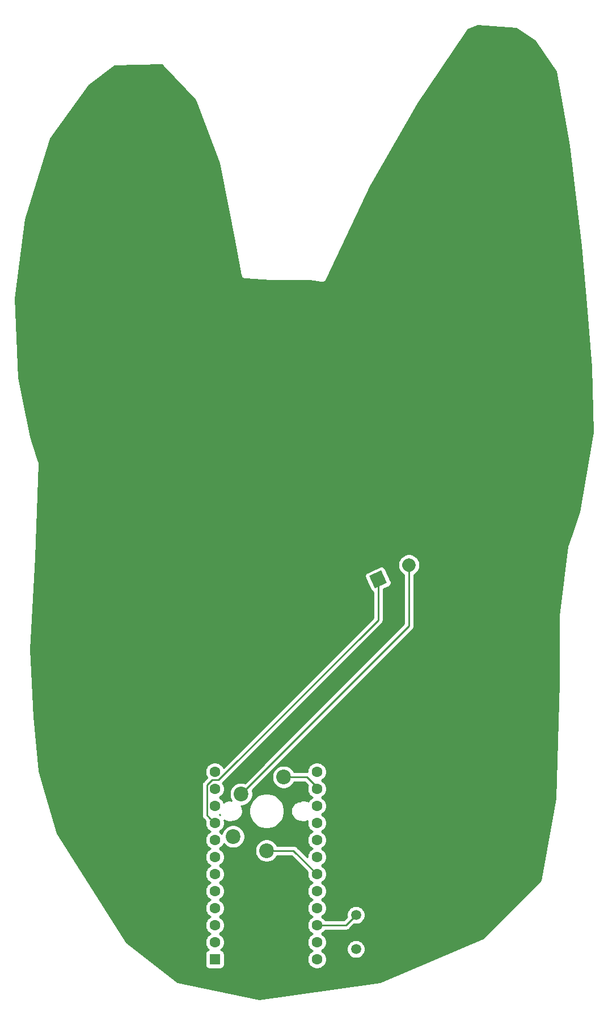
<source format=gtl>
G04 #@! TF.GenerationSoftware,KiCad,Pcbnew,(5.1.5)-1*
G04 #@! TF.CreationDate,2021-06-10T20:45:23-04:00*
G04 #@! TF.ProjectId,meishi2,6d656973-6869-4322-9e6b-696361645f70,rev?*
G04 #@! TF.SameCoordinates,Original*
G04 #@! TF.FileFunction,Copper,L1,Top*
G04 #@! TF.FilePolarity,Positive*
%FSLAX46Y46*%
G04 Gerber Fmt 4.6, Leading zero omitted, Abs format (unit mm)*
G04 Created by KiCad (PCBNEW (5.1.5)-1) date 2021-06-10 20:45:23*
%MOMM*%
%LPD*%
G04 APERTURE LIST*
%ADD10C,1.600000*%
%ADD11R,1.600000X1.600000*%
%ADD12C,0.100000*%
%ADD13C,2.000000*%
%ADD14C,2.200000*%
%ADD15C,1.500000*%
%ADD16C,0.254000*%
G04 APERTURE END LIST*
D10*
X135382000Y-158496000D03*
X135382000Y-155956000D03*
X135382000Y-153416000D03*
X135382000Y-150876000D03*
X135382000Y-148336000D03*
X135382000Y-145796000D03*
X135382000Y-143256000D03*
X135382000Y-140716000D03*
X135382000Y-138176000D03*
X135382000Y-135636000D03*
X135382000Y-133096000D03*
X135382000Y-130556000D03*
X120142000Y-130556000D03*
X120142000Y-133096000D03*
X120142000Y-135636000D03*
X120142000Y-138176000D03*
X120142000Y-140716000D03*
X120142000Y-143256000D03*
X120142000Y-145796000D03*
X120142000Y-148336000D03*
X120142000Y-150876000D03*
X120142000Y-153416000D03*
X120142000Y-155956000D03*
D11*
X120142000Y-158496000D03*
G04 #@! TA.AperFunction,ComponentPad*
D12*
G36*
X144042310Y-103182926D02*
G01*
X143197074Y-101370310D01*
X145009690Y-100525074D01*
X145854926Y-102337690D01*
X144042310Y-103182926D01*
G37*
G04 #@! TD.AperFunction*
D13*
X149130044Y-99707099D02*
X149130044Y-99707099D01*
D14*
X130429000Y-131318000D03*
X124079000Y-133858000D03*
X127889000Y-142298000D03*
X122889000Y-140198000D03*
D15*
X141224000Y-151892000D03*
X141224000Y-156972000D03*
D16*
X119342001Y-137376001D02*
X120142000Y-138176000D01*
X118960999Y-136994999D02*
X119342001Y-137376001D01*
X119753117Y-131737001D02*
X118960999Y-132529119D01*
X120708881Y-131737001D02*
X119753117Y-131737001D01*
X118960999Y-132529119D02*
X118960999Y-136994999D01*
X144526000Y-107919882D02*
X120708881Y-131737001D01*
X144526000Y-101854000D02*
X144526000Y-107919882D01*
X149130044Y-108806956D02*
X124079000Y-133858000D01*
X149130044Y-99707099D02*
X149130044Y-108806956D01*
X133858000Y-131318000D02*
X130429000Y-131318000D01*
X135636000Y-133096000D02*
X133858000Y-131318000D01*
X131884000Y-142298000D02*
X127889000Y-142298000D01*
X135382000Y-145796000D02*
X131884000Y-142298000D01*
X139700000Y-153416000D02*
X135382000Y-153416000D01*
X141224000Y-151892000D02*
X139700000Y-153416000D01*
X135890000Y-140716000D02*
X135636000Y-140716000D01*
G36*
X165112538Y-19742338D02*
G01*
X167893709Y-21596452D01*
X171032537Y-26183971D01*
X173033530Y-37189436D01*
X174807689Y-52143069D01*
X175568532Y-60765960D01*
X176328738Y-70141847D01*
X176580461Y-79959047D01*
X174570104Y-91769898D01*
X172821157Y-96766892D01*
X172804267Y-96805135D01*
X172790497Y-96866851D01*
X172775578Y-96928215D01*
X172773817Y-96969962D01*
X171514682Y-107294877D01*
X171512274Y-107302816D01*
X171506229Y-107364195D01*
X171503000Y-107390672D01*
X171502809Y-107398921D01*
X171502001Y-107407123D01*
X171502001Y-107433767D01*
X171500571Y-107495455D01*
X171502001Y-107503630D01*
X171502000Y-117337587D01*
X170995899Y-134544996D01*
X168759621Y-146720288D01*
X160123155Y-155356754D01*
X144842630Y-161869764D01*
X126768801Y-164380019D01*
X114603937Y-161897394D01*
X106959691Y-155979270D01*
X96664691Y-139657929D01*
X94545315Y-132529119D01*
X118195313Y-132529119D01*
X118198999Y-132566542D01*
X118199000Y-136957566D01*
X118195313Y-136994999D01*
X118210026Y-137144377D01*
X118253598Y-137288014D01*
X118324354Y-137420391D01*
X118395720Y-137507350D01*
X118419578Y-137536421D01*
X118448648Y-137560278D01*
X118742843Y-137854473D01*
X118707000Y-138034665D01*
X118707000Y-138317335D01*
X118762147Y-138594574D01*
X118870320Y-138855727D01*
X119027363Y-139090759D01*
X119227241Y-139290637D01*
X119459759Y-139446000D01*
X119227241Y-139601363D01*
X119027363Y-139801241D01*
X118870320Y-140036273D01*
X118762147Y-140297426D01*
X118707000Y-140574665D01*
X118707000Y-140857335D01*
X118762147Y-141134574D01*
X118870320Y-141395727D01*
X119027363Y-141630759D01*
X119227241Y-141830637D01*
X119459759Y-141986000D01*
X119227241Y-142141363D01*
X119027363Y-142341241D01*
X118870320Y-142576273D01*
X118762147Y-142837426D01*
X118707000Y-143114665D01*
X118707000Y-143397335D01*
X118762147Y-143674574D01*
X118870320Y-143935727D01*
X119027363Y-144170759D01*
X119227241Y-144370637D01*
X119459759Y-144526000D01*
X119227241Y-144681363D01*
X119027363Y-144881241D01*
X118870320Y-145116273D01*
X118762147Y-145377426D01*
X118707000Y-145654665D01*
X118707000Y-145937335D01*
X118762147Y-146214574D01*
X118870320Y-146475727D01*
X119027363Y-146710759D01*
X119227241Y-146910637D01*
X119459759Y-147066000D01*
X119227241Y-147221363D01*
X119027363Y-147421241D01*
X118870320Y-147656273D01*
X118762147Y-147917426D01*
X118707000Y-148194665D01*
X118707000Y-148477335D01*
X118762147Y-148754574D01*
X118870320Y-149015727D01*
X119027363Y-149250759D01*
X119227241Y-149450637D01*
X119459759Y-149606000D01*
X119227241Y-149761363D01*
X119027363Y-149961241D01*
X118870320Y-150196273D01*
X118762147Y-150457426D01*
X118707000Y-150734665D01*
X118707000Y-151017335D01*
X118762147Y-151294574D01*
X118870320Y-151555727D01*
X119027363Y-151790759D01*
X119227241Y-151990637D01*
X119459759Y-152146000D01*
X119227241Y-152301363D01*
X119027363Y-152501241D01*
X118870320Y-152736273D01*
X118762147Y-152997426D01*
X118707000Y-153274665D01*
X118707000Y-153557335D01*
X118762147Y-153834574D01*
X118870320Y-154095727D01*
X119027363Y-154330759D01*
X119227241Y-154530637D01*
X119459759Y-154686000D01*
X119227241Y-154841363D01*
X119027363Y-155041241D01*
X118870320Y-155276273D01*
X118762147Y-155537426D01*
X118707000Y-155814665D01*
X118707000Y-156097335D01*
X118762147Y-156374574D01*
X118870320Y-156635727D01*
X119027363Y-156870759D01*
X119225961Y-157069357D01*
X119217518Y-157070188D01*
X119097820Y-157106498D01*
X118987506Y-157165463D01*
X118890815Y-157244815D01*
X118811463Y-157341506D01*
X118752498Y-157451820D01*
X118716188Y-157571518D01*
X118703928Y-157696000D01*
X118703928Y-159296000D01*
X118716188Y-159420482D01*
X118752498Y-159540180D01*
X118811463Y-159650494D01*
X118890815Y-159747185D01*
X118987506Y-159826537D01*
X119097820Y-159885502D01*
X119217518Y-159921812D01*
X119342000Y-159934072D01*
X120942000Y-159934072D01*
X121066482Y-159921812D01*
X121186180Y-159885502D01*
X121296494Y-159826537D01*
X121393185Y-159747185D01*
X121472537Y-159650494D01*
X121531502Y-159540180D01*
X121567812Y-159420482D01*
X121580072Y-159296000D01*
X121580072Y-157696000D01*
X121567812Y-157571518D01*
X121531502Y-157451820D01*
X121472537Y-157341506D01*
X121393185Y-157244815D01*
X121296494Y-157165463D01*
X121186180Y-157106498D01*
X121066482Y-157070188D01*
X121058039Y-157069357D01*
X121256637Y-156870759D01*
X121413680Y-156635727D01*
X121521853Y-156374574D01*
X121577000Y-156097335D01*
X121577000Y-155814665D01*
X121521853Y-155537426D01*
X121413680Y-155276273D01*
X121256637Y-155041241D01*
X121056759Y-154841363D01*
X120824241Y-154686000D01*
X121056759Y-154530637D01*
X121256637Y-154330759D01*
X121413680Y-154095727D01*
X121521853Y-153834574D01*
X121577000Y-153557335D01*
X121577000Y-153274665D01*
X121521853Y-152997426D01*
X121413680Y-152736273D01*
X121256637Y-152501241D01*
X121056759Y-152301363D01*
X120824241Y-152146000D01*
X121056759Y-151990637D01*
X121256637Y-151790759D01*
X121413680Y-151555727D01*
X121521853Y-151294574D01*
X121577000Y-151017335D01*
X121577000Y-150734665D01*
X121521853Y-150457426D01*
X121413680Y-150196273D01*
X121256637Y-149961241D01*
X121056759Y-149761363D01*
X120824241Y-149606000D01*
X121056759Y-149450637D01*
X121256637Y-149250759D01*
X121413680Y-149015727D01*
X121521853Y-148754574D01*
X121577000Y-148477335D01*
X121577000Y-148194665D01*
X121521853Y-147917426D01*
X121413680Y-147656273D01*
X121256637Y-147421241D01*
X121056759Y-147221363D01*
X120824241Y-147066000D01*
X121056759Y-146910637D01*
X121256637Y-146710759D01*
X121413680Y-146475727D01*
X121521853Y-146214574D01*
X121577000Y-145937335D01*
X121577000Y-145654665D01*
X121521853Y-145377426D01*
X121413680Y-145116273D01*
X121256637Y-144881241D01*
X121056759Y-144681363D01*
X120824241Y-144526000D01*
X121056759Y-144370637D01*
X121256637Y-144170759D01*
X121413680Y-143935727D01*
X121521853Y-143674574D01*
X121577000Y-143397335D01*
X121577000Y-143114665D01*
X121521853Y-142837426D01*
X121413680Y-142576273D01*
X121256637Y-142341241D01*
X121056759Y-142141363D01*
X121035439Y-142127117D01*
X126154000Y-142127117D01*
X126154000Y-142468883D01*
X126220675Y-142804081D01*
X126351463Y-143119831D01*
X126541337Y-143403998D01*
X126783002Y-143645663D01*
X127067169Y-143835537D01*
X127382919Y-143966325D01*
X127718117Y-144033000D01*
X128059883Y-144033000D01*
X128395081Y-143966325D01*
X128710831Y-143835537D01*
X128994998Y-143645663D01*
X129236663Y-143403998D01*
X129426537Y-143119831D01*
X129451320Y-143060000D01*
X131568370Y-143060000D01*
X133982843Y-145474474D01*
X133947000Y-145654665D01*
X133947000Y-145937335D01*
X134002147Y-146214574D01*
X134110320Y-146475727D01*
X134267363Y-146710759D01*
X134467241Y-146910637D01*
X134699759Y-147066000D01*
X134467241Y-147221363D01*
X134267363Y-147421241D01*
X134110320Y-147656273D01*
X134002147Y-147917426D01*
X133947000Y-148194665D01*
X133947000Y-148477335D01*
X134002147Y-148754574D01*
X134110320Y-149015727D01*
X134267363Y-149250759D01*
X134467241Y-149450637D01*
X134699759Y-149606000D01*
X134467241Y-149761363D01*
X134267363Y-149961241D01*
X134110320Y-150196273D01*
X134002147Y-150457426D01*
X133947000Y-150734665D01*
X133947000Y-151017335D01*
X134002147Y-151294574D01*
X134110320Y-151555727D01*
X134267363Y-151790759D01*
X134467241Y-151990637D01*
X134699759Y-152146000D01*
X134467241Y-152301363D01*
X134267363Y-152501241D01*
X134110320Y-152736273D01*
X134002147Y-152997426D01*
X133947000Y-153274665D01*
X133947000Y-153557335D01*
X134002147Y-153834574D01*
X134110320Y-154095727D01*
X134267363Y-154330759D01*
X134467241Y-154530637D01*
X134699759Y-154686000D01*
X134467241Y-154841363D01*
X134267363Y-155041241D01*
X134110320Y-155276273D01*
X134002147Y-155537426D01*
X133947000Y-155814665D01*
X133947000Y-156097335D01*
X134002147Y-156374574D01*
X134110320Y-156635727D01*
X134267363Y-156870759D01*
X134467241Y-157070637D01*
X134699759Y-157226000D01*
X134467241Y-157381363D01*
X134267363Y-157581241D01*
X134110320Y-157816273D01*
X134002147Y-158077426D01*
X133947000Y-158354665D01*
X133947000Y-158637335D01*
X134002147Y-158914574D01*
X134110320Y-159175727D01*
X134267363Y-159410759D01*
X134467241Y-159610637D01*
X134702273Y-159767680D01*
X134963426Y-159875853D01*
X135240665Y-159931000D01*
X135523335Y-159931000D01*
X135800574Y-159875853D01*
X136061727Y-159767680D01*
X136296759Y-159610637D01*
X136496637Y-159410759D01*
X136653680Y-159175727D01*
X136761853Y-158914574D01*
X136817000Y-158637335D01*
X136817000Y-158354665D01*
X136761853Y-158077426D01*
X136653680Y-157816273D01*
X136496637Y-157581241D01*
X136296759Y-157381363D01*
X136064241Y-157226000D01*
X136296759Y-157070637D01*
X136496637Y-156870759D01*
X136520136Y-156835589D01*
X139839000Y-156835589D01*
X139839000Y-157108411D01*
X139892225Y-157375989D01*
X139996629Y-157628043D01*
X140148201Y-157854886D01*
X140341114Y-158047799D01*
X140567957Y-158199371D01*
X140820011Y-158303775D01*
X141087589Y-158357000D01*
X141360411Y-158357000D01*
X141627989Y-158303775D01*
X141880043Y-158199371D01*
X142106886Y-158047799D01*
X142299799Y-157854886D01*
X142451371Y-157628043D01*
X142555775Y-157375989D01*
X142609000Y-157108411D01*
X142609000Y-156835589D01*
X142555775Y-156568011D01*
X142451371Y-156315957D01*
X142299799Y-156089114D01*
X142106886Y-155896201D01*
X141880043Y-155744629D01*
X141627989Y-155640225D01*
X141360411Y-155587000D01*
X141087589Y-155587000D01*
X140820011Y-155640225D01*
X140567957Y-155744629D01*
X140341114Y-155896201D01*
X140148201Y-156089114D01*
X139996629Y-156315957D01*
X139892225Y-156568011D01*
X139839000Y-156835589D01*
X136520136Y-156835589D01*
X136653680Y-156635727D01*
X136761853Y-156374574D01*
X136817000Y-156097335D01*
X136817000Y-155814665D01*
X136761853Y-155537426D01*
X136653680Y-155276273D01*
X136496637Y-155041241D01*
X136296759Y-154841363D01*
X136064241Y-154686000D01*
X136296759Y-154530637D01*
X136496637Y-154330759D01*
X136598707Y-154178000D01*
X139662577Y-154178000D01*
X139700000Y-154181686D01*
X139737423Y-154178000D01*
X139737426Y-154178000D01*
X139849378Y-154166974D01*
X139993015Y-154123402D01*
X140125392Y-154052645D01*
X140241422Y-153957422D01*
X140265284Y-153928346D01*
X140944995Y-153248636D01*
X141087589Y-153277000D01*
X141360411Y-153277000D01*
X141627989Y-153223775D01*
X141880043Y-153119371D01*
X142106886Y-152967799D01*
X142299799Y-152774886D01*
X142451371Y-152548043D01*
X142555775Y-152295989D01*
X142609000Y-152028411D01*
X142609000Y-151755589D01*
X142555775Y-151488011D01*
X142451371Y-151235957D01*
X142299799Y-151009114D01*
X142106886Y-150816201D01*
X141880043Y-150664629D01*
X141627989Y-150560225D01*
X141360411Y-150507000D01*
X141087589Y-150507000D01*
X140820011Y-150560225D01*
X140567957Y-150664629D01*
X140341114Y-150816201D01*
X140148201Y-151009114D01*
X139996629Y-151235957D01*
X139892225Y-151488011D01*
X139839000Y-151755589D01*
X139839000Y-152028411D01*
X139867364Y-152171005D01*
X139384370Y-152654000D01*
X136598707Y-152654000D01*
X136496637Y-152501241D01*
X136296759Y-152301363D01*
X136064241Y-152146000D01*
X136296759Y-151990637D01*
X136496637Y-151790759D01*
X136653680Y-151555727D01*
X136761853Y-151294574D01*
X136817000Y-151017335D01*
X136817000Y-150734665D01*
X136761853Y-150457426D01*
X136653680Y-150196273D01*
X136496637Y-149961241D01*
X136296759Y-149761363D01*
X136064241Y-149606000D01*
X136296759Y-149450637D01*
X136496637Y-149250759D01*
X136653680Y-149015727D01*
X136761853Y-148754574D01*
X136817000Y-148477335D01*
X136817000Y-148194665D01*
X136761853Y-147917426D01*
X136653680Y-147656273D01*
X136496637Y-147421241D01*
X136296759Y-147221363D01*
X136064241Y-147066000D01*
X136296759Y-146910637D01*
X136496637Y-146710759D01*
X136653680Y-146475727D01*
X136761853Y-146214574D01*
X136817000Y-145937335D01*
X136817000Y-145654665D01*
X136761853Y-145377426D01*
X136653680Y-145116273D01*
X136496637Y-144881241D01*
X136296759Y-144681363D01*
X136064241Y-144526000D01*
X136296759Y-144370637D01*
X136496637Y-144170759D01*
X136653680Y-143935727D01*
X136761853Y-143674574D01*
X136817000Y-143397335D01*
X136817000Y-143114665D01*
X136761853Y-142837426D01*
X136653680Y-142576273D01*
X136496637Y-142341241D01*
X136296759Y-142141363D01*
X136064241Y-141986000D01*
X136296759Y-141830637D01*
X136496637Y-141630759D01*
X136653680Y-141395727D01*
X136761853Y-141134574D01*
X136817000Y-140857335D01*
X136817000Y-140574665D01*
X136761853Y-140297426D01*
X136653680Y-140036273D01*
X136496637Y-139801241D01*
X136296759Y-139601363D01*
X136064241Y-139446000D01*
X136296759Y-139290637D01*
X136496637Y-139090759D01*
X136653680Y-138855727D01*
X136761853Y-138594574D01*
X136817000Y-138317335D01*
X136817000Y-138034665D01*
X136761853Y-137757426D01*
X136653680Y-137496273D01*
X136496637Y-137261241D01*
X136296759Y-137061363D01*
X136064241Y-136906000D01*
X136296759Y-136750637D01*
X136496637Y-136550759D01*
X136653680Y-136315727D01*
X136761853Y-136054574D01*
X136817000Y-135777335D01*
X136817000Y-135494665D01*
X136761853Y-135217426D01*
X136653680Y-134956273D01*
X136496637Y-134721241D01*
X136296759Y-134521363D01*
X136064241Y-134366000D01*
X136296759Y-134210637D01*
X136496637Y-134010759D01*
X136653680Y-133775727D01*
X136761853Y-133514574D01*
X136817000Y-133237335D01*
X136817000Y-132954665D01*
X136761853Y-132677426D01*
X136653680Y-132416273D01*
X136496637Y-132181241D01*
X136296759Y-131981363D01*
X136064241Y-131826000D01*
X136296759Y-131670637D01*
X136496637Y-131470759D01*
X136653680Y-131235727D01*
X136761853Y-130974574D01*
X136817000Y-130697335D01*
X136817000Y-130414665D01*
X136761853Y-130137426D01*
X136653680Y-129876273D01*
X136496637Y-129641241D01*
X136296759Y-129441363D01*
X136061727Y-129284320D01*
X135800574Y-129176147D01*
X135523335Y-129121000D01*
X135240665Y-129121000D01*
X134963426Y-129176147D01*
X134702273Y-129284320D01*
X134467241Y-129441363D01*
X134267363Y-129641241D01*
X134110320Y-129876273D01*
X134002147Y-130137426D01*
X133947000Y-130414665D01*
X133947000Y-130561079D01*
X133895426Y-130556000D01*
X133895423Y-130556000D01*
X133858000Y-130552314D01*
X133820577Y-130556000D01*
X131991320Y-130556000D01*
X131966537Y-130496169D01*
X131776663Y-130212002D01*
X131534998Y-129970337D01*
X131250831Y-129780463D01*
X130935081Y-129649675D01*
X130599883Y-129583000D01*
X130258117Y-129583000D01*
X129922919Y-129649675D01*
X129607169Y-129780463D01*
X129323002Y-129970337D01*
X129081337Y-130212002D01*
X128891463Y-130496169D01*
X128760675Y-130811919D01*
X128694000Y-131147117D01*
X128694000Y-131488883D01*
X128760675Y-131824081D01*
X128891463Y-132139831D01*
X129081337Y-132423998D01*
X129323002Y-132665663D01*
X129607169Y-132855537D01*
X129922919Y-132986325D01*
X130258117Y-133053000D01*
X130599883Y-133053000D01*
X130935081Y-132986325D01*
X131250831Y-132855537D01*
X131534998Y-132665663D01*
X131776663Y-132423998D01*
X131966537Y-132139831D01*
X131991320Y-132080000D01*
X133542370Y-132080000D01*
X134042463Y-132580093D01*
X134002147Y-132677426D01*
X133947000Y-132954665D01*
X133947000Y-133237335D01*
X134002147Y-133514574D01*
X134110320Y-133775727D01*
X134267363Y-134010759D01*
X134467241Y-134210637D01*
X134699759Y-134366000D01*
X134467241Y-134521363D01*
X134267363Y-134721241D01*
X134110320Y-134956273D01*
X134101511Y-134977540D01*
X133851327Y-134873911D01*
X133545109Y-134813000D01*
X133232891Y-134813000D01*
X132926673Y-134873911D01*
X132832303Y-134913000D01*
X132822740Y-134913000D01*
X132535842Y-134970068D01*
X132265589Y-135082010D01*
X132022368Y-135244525D01*
X131815525Y-135451368D01*
X131653010Y-135694589D01*
X131541068Y-135964842D01*
X131484000Y-136251740D01*
X131484000Y-136544260D01*
X131541068Y-136831158D01*
X131653010Y-137101411D01*
X131815525Y-137344632D01*
X132022368Y-137551475D01*
X132265589Y-137713990D01*
X132535842Y-137825932D01*
X132822740Y-137883000D01*
X132832303Y-137883000D01*
X132926673Y-137922089D01*
X133232891Y-137983000D01*
X133545109Y-137983000D01*
X133851327Y-137922089D01*
X133979994Y-137868794D01*
X133947000Y-138034665D01*
X133947000Y-138317335D01*
X134002147Y-138594574D01*
X134110320Y-138855727D01*
X134267363Y-139090759D01*
X134467241Y-139290637D01*
X134699759Y-139446000D01*
X134467241Y-139601363D01*
X134267363Y-139801241D01*
X134110320Y-140036273D01*
X134002147Y-140297426D01*
X133947000Y-140574665D01*
X133947000Y-140857335D01*
X134002147Y-141134574D01*
X134110320Y-141395727D01*
X134267363Y-141630759D01*
X134467241Y-141830637D01*
X134699759Y-141986000D01*
X134467241Y-142141363D01*
X134267363Y-142341241D01*
X134110320Y-142576273D01*
X134002147Y-142837426D01*
X133947000Y-143114665D01*
X133947000Y-143283370D01*
X132449284Y-141785654D01*
X132425422Y-141756578D01*
X132309392Y-141661355D01*
X132177015Y-141590598D01*
X132033378Y-141547026D01*
X131921426Y-141536000D01*
X131921423Y-141536000D01*
X131884000Y-141532314D01*
X131846577Y-141536000D01*
X129451320Y-141536000D01*
X129426537Y-141476169D01*
X129236663Y-141192002D01*
X128994998Y-140950337D01*
X128710831Y-140760463D01*
X128395081Y-140629675D01*
X128059883Y-140563000D01*
X127718117Y-140563000D01*
X127382919Y-140629675D01*
X127067169Y-140760463D01*
X126783002Y-140950337D01*
X126541337Y-141192002D01*
X126351463Y-141476169D01*
X126220675Y-141791919D01*
X126154000Y-142127117D01*
X121035439Y-142127117D01*
X120824241Y-141986000D01*
X121056759Y-141830637D01*
X121256637Y-141630759D01*
X121413680Y-141395727D01*
X121485987Y-141221161D01*
X121541337Y-141303998D01*
X121783002Y-141545663D01*
X122067169Y-141735537D01*
X122382919Y-141866325D01*
X122718117Y-141933000D01*
X123059883Y-141933000D01*
X123395081Y-141866325D01*
X123710831Y-141735537D01*
X123994998Y-141545663D01*
X124236663Y-141303998D01*
X124426537Y-141019831D01*
X124557325Y-140704081D01*
X124624000Y-140368883D01*
X124624000Y-140027117D01*
X124557325Y-139691919D01*
X124426537Y-139376169D01*
X124236663Y-139092002D01*
X123994998Y-138850337D01*
X123710831Y-138660463D01*
X123395081Y-138529675D01*
X123059883Y-138463000D01*
X122718117Y-138463000D01*
X122382919Y-138529675D01*
X122067169Y-138660463D01*
X121783002Y-138850337D01*
X121541337Y-139092002D01*
X121351463Y-139376169D01*
X121220675Y-139691919D01*
X121208504Y-139753108D01*
X121056759Y-139601363D01*
X120824241Y-139446000D01*
X121056759Y-139290637D01*
X121256637Y-139090759D01*
X121413680Y-138855727D01*
X121521853Y-138594574D01*
X121577000Y-138317335D01*
X121577000Y-138034665D01*
X121521853Y-137757426D01*
X121503198Y-137712390D01*
X121638221Y-137802609D01*
X121926673Y-137922089D01*
X122232891Y-137983000D01*
X122545109Y-137983000D01*
X122851327Y-137922089D01*
X122945697Y-137883000D01*
X122955260Y-137883000D01*
X123242158Y-137825932D01*
X123512411Y-137713990D01*
X123755632Y-137551475D01*
X123962475Y-137344632D01*
X124124990Y-137101411D01*
X124236932Y-136831158D01*
X124294000Y-136544260D01*
X124294000Y-136251740D01*
X124271471Y-136138475D01*
X125254000Y-136138475D01*
X125254000Y-136657525D01*
X125355261Y-137166601D01*
X125553893Y-137646141D01*
X125842262Y-138077715D01*
X126209285Y-138444738D01*
X126640859Y-138733107D01*
X127120399Y-138931739D01*
X127629475Y-139033000D01*
X128148525Y-139033000D01*
X128657601Y-138931739D01*
X129137141Y-138733107D01*
X129568715Y-138444738D01*
X129935738Y-138077715D01*
X130224107Y-137646141D01*
X130422739Y-137166601D01*
X130524000Y-136657525D01*
X130524000Y-136138475D01*
X130422739Y-135629399D01*
X130224107Y-135149859D01*
X129935738Y-134718285D01*
X129568715Y-134351262D01*
X129137141Y-134062893D01*
X128657601Y-133864261D01*
X128148525Y-133763000D01*
X127629475Y-133763000D01*
X127120399Y-133864261D01*
X126640859Y-134062893D01*
X126209285Y-134351262D01*
X125842262Y-134718285D01*
X125553893Y-135149859D01*
X125355261Y-135629399D01*
X125254000Y-136138475D01*
X124271471Y-136138475D01*
X124236932Y-135964842D01*
X124124990Y-135694589D01*
X124057110Y-135593000D01*
X124249883Y-135593000D01*
X124585081Y-135526325D01*
X124900831Y-135395537D01*
X125184998Y-135205663D01*
X125426663Y-134963998D01*
X125616537Y-134679831D01*
X125747325Y-134364081D01*
X125814000Y-134028883D01*
X125814000Y-133687117D01*
X125747325Y-133351919D01*
X125722542Y-133292088D01*
X149642396Y-109372235D01*
X149671466Y-109348378D01*
X149766689Y-109232348D01*
X149837446Y-109099971D01*
X149881018Y-108956334D01*
X149892044Y-108844382D01*
X149892044Y-108844380D01*
X149895730Y-108806957D01*
X149892044Y-108769534D01*
X149892044Y-101161179D01*
X149904507Y-101156017D01*
X150172296Y-100977086D01*
X150400031Y-100749351D01*
X150578962Y-100481562D01*
X150702212Y-100184011D01*
X150765044Y-99868132D01*
X150765044Y-99546066D01*
X150702212Y-99230187D01*
X150578962Y-98932636D01*
X150400031Y-98664847D01*
X150172296Y-98437112D01*
X149904507Y-98258181D01*
X149606956Y-98134931D01*
X149291077Y-98072099D01*
X148969011Y-98072099D01*
X148653132Y-98134931D01*
X148355581Y-98258181D01*
X148087792Y-98437112D01*
X147860057Y-98664847D01*
X147681126Y-98932636D01*
X147557876Y-99230187D01*
X147495044Y-99546066D01*
X147495044Y-99868132D01*
X147557876Y-100184011D01*
X147681126Y-100481562D01*
X147860057Y-100749351D01*
X148087792Y-100977086D01*
X148355581Y-101156017D01*
X148368044Y-101161179D01*
X148368045Y-108491324D01*
X124644912Y-132214458D01*
X124585081Y-132189675D01*
X124249883Y-132123000D01*
X123908117Y-132123000D01*
X123572919Y-132189675D01*
X123257169Y-132320463D01*
X122973002Y-132510337D01*
X122731337Y-132752002D01*
X122541463Y-133036169D01*
X122410675Y-133351919D01*
X122344000Y-133687117D01*
X122344000Y-134028883D01*
X122410675Y-134364081D01*
X122541463Y-134679831D01*
X122643524Y-134832576D01*
X122545109Y-134813000D01*
X122232891Y-134813000D01*
X121926673Y-134873911D01*
X121638221Y-134993391D01*
X121474396Y-135102855D01*
X121413680Y-134956273D01*
X121256637Y-134721241D01*
X121056759Y-134521363D01*
X120824241Y-134366000D01*
X121056759Y-134210637D01*
X121256637Y-134010759D01*
X121413680Y-133775727D01*
X121521853Y-133514574D01*
X121577000Y-133237335D01*
X121577000Y-132954665D01*
X121521853Y-132677426D01*
X121413680Y-132416273D01*
X121290937Y-132232575D01*
X145038346Y-108485166D01*
X145067422Y-108461304D01*
X145132863Y-108381564D01*
X145162645Y-108345275D01*
X145233401Y-108212898D01*
X145233402Y-108212897D01*
X145276974Y-108069260D01*
X145288000Y-107957308D01*
X145288000Y-107957305D01*
X145291686Y-107919882D01*
X145288000Y-107882459D01*
X145288000Y-103306087D01*
X146124587Y-102915980D01*
X146232224Y-102852260D01*
X146325362Y-102768765D01*
X146400421Y-102668705D01*
X146454517Y-102555924D01*
X146485572Y-102434756D01*
X146492391Y-102309858D01*
X146474712Y-102186029D01*
X146433216Y-102068029D01*
X145587980Y-100255413D01*
X145524260Y-100147776D01*
X145440765Y-100054638D01*
X145340705Y-99979579D01*
X145227924Y-99925483D01*
X145106756Y-99894428D01*
X144981858Y-99887609D01*
X144858029Y-99905288D01*
X144740029Y-99946784D01*
X142927413Y-100792020D01*
X142819776Y-100855740D01*
X142726638Y-100939235D01*
X142651579Y-101039295D01*
X142597483Y-101152076D01*
X142566428Y-101273244D01*
X142559609Y-101398142D01*
X142577288Y-101521971D01*
X142618784Y-101639971D01*
X143464020Y-103452587D01*
X143527740Y-103560224D01*
X143611235Y-103653362D01*
X143711295Y-103728421D01*
X143764000Y-103753701D01*
X143764001Y-107604251D01*
X121436613Y-129931639D01*
X121413680Y-129876273D01*
X121256637Y-129641241D01*
X121056759Y-129441363D01*
X120821727Y-129284320D01*
X120560574Y-129176147D01*
X120283335Y-129121000D01*
X120000665Y-129121000D01*
X119723426Y-129176147D01*
X119462273Y-129284320D01*
X119227241Y-129441363D01*
X119027363Y-129641241D01*
X118870320Y-129876273D01*
X118762147Y-130137426D01*
X118707000Y-130414665D01*
X118707000Y-130697335D01*
X118762147Y-130974574D01*
X118870320Y-131235727D01*
X118993063Y-131419425D01*
X118448652Y-131963835D01*
X118419577Y-131987697D01*
X118363982Y-132055441D01*
X118324354Y-132103727D01*
X118292997Y-132162393D01*
X118253597Y-132236105D01*
X118210025Y-132379742D01*
X118199365Y-132487975D01*
X118195313Y-132529119D01*
X94545315Y-132529119D01*
X93918401Y-130420410D01*
X93164342Y-122377115D01*
X92658985Y-112269972D01*
X93417350Y-98619402D01*
X93418263Y-98612655D01*
X93419283Y-98584605D01*
X93420841Y-98556561D01*
X93420550Y-98549753D01*
X93925815Y-84654975D01*
X93929640Y-84632575D01*
X93928351Y-84585240D01*
X93928798Y-84572948D01*
X93927402Y-84550405D01*
X93925833Y-84492768D01*
X93923087Y-84480690D01*
X93922322Y-84468337D01*
X93907608Y-84412618D01*
X93902594Y-84390565D01*
X93898701Y-84378885D01*
X93886614Y-84333114D01*
X93876640Y-84312702D01*
X92635543Y-80589414D01*
X90877015Y-71796773D01*
X90373922Y-59974074D01*
X91882355Y-48158014D01*
X95639470Y-36135248D01*
X101351035Y-28188723D01*
X105149125Y-25340156D01*
X112227924Y-25104196D01*
X117240703Y-30355679D01*
X120727184Y-39818987D01*
X123000853Y-50934709D01*
X124006022Y-56463141D01*
X124006565Y-56480330D01*
X124018504Y-56531792D01*
X124021691Y-56549323D01*
X124026390Y-56565785D01*
X124038171Y-56616570D01*
X124045540Y-56632882D01*
X124050457Y-56650110D01*
X124074288Y-56696519D01*
X124095749Y-56744026D01*
X124106161Y-56758591D01*
X124114343Y-56774524D01*
X124146766Y-56815388D01*
X124177086Y-56857800D01*
X124190137Y-56870051D01*
X124201271Y-56884084D01*
X124241047Y-56917841D01*
X124279056Y-56953520D01*
X124294247Y-56962990D01*
X124307905Y-56974581D01*
X124353499Y-56999927D01*
X124397741Y-57027507D01*
X124414490Y-57033832D01*
X124430145Y-57042535D01*
X124479804Y-57058498D01*
X124528580Y-57076918D01*
X124546242Y-57079854D01*
X124563292Y-57085335D01*
X124615104Y-57091303D01*
X124631972Y-57094107D01*
X124649730Y-57095291D01*
X124702232Y-57101338D01*
X124719380Y-57099934D01*
X128465571Y-57349680D01*
X128489123Y-57352000D01*
X128500365Y-57352000D01*
X128511570Y-57352747D01*
X128535198Y-57352000D01*
X134315548Y-57352000D01*
X136041797Y-57598607D01*
X136109132Y-57608582D01*
X136145978Y-57606765D01*
X136182828Y-57608377D01*
X136215645Y-57603329D01*
X136248819Y-57601693D01*
X136284605Y-57592722D01*
X136321061Y-57587114D01*
X136352265Y-57575760D01*
X136384479Y-57567684D01*
X136417826Y-57551904D01*
X136452487Y-57539292D01*
X136480878Y-57522068D01*
X136510898Y-57507862D01*
X136540522Y-57485882D01*
X136572061Y-57466748D01*
X136596549Y-57444313D01*
X136623216Y-57424527D01*
X136647984Y-57397189D01*
X136675183Y-57372270D01*
X136694819Y-57345494D01*
X136717119Y-57320881D01*
X136736079Y-57289234D01*
X136757892Y-57259490D01*
X136786662Y-57197807D01*
X143378123Y-43254334D01*
X150462490Y-30856693D01*
X157949987Y-19875033D01*
X159375202Y-19264228D01*
X165112538Y-19742338D01*
G37*
X165112538Y-19742338D02*
X167893709Y-21596452D01*
X171032537Y-26183971D01*
X173033530Y-37189436D01*
X174807689Y-52143069D01*
X175568532Y-60765960D01*
X176328738Y-70141847D01*
X176580461Y-79959047D01*
X174570104Y-91769898D01*
X172821157Y-96766892D01*
X172804267Y-96805135D01*
X172790497Y-96866851D01*
X172775578Y-96928215D01*
X172773817Y-96969962D01*
X171514682Y-107294877D01*
X171512274Y-107302816D01*
X171506229Y-107364195D01*
X171503000Y-107390672D01*
X171502809Y-107398921D01*
X171502001Y-107407123D01*
X171502001Y-107433767D01*
X171500571Y-107495455D01*
X171502001Y-107503630D01*
X171502000Y-117337587D01*
X170995899Y-134544996D01*
X168759621Y-146720288D01*
X160123155Y-155356754D01*
X144842630Y-161869764D01*
X126768801Y-164380019D01*
X114603937Y-161897394D01*
X106959691Y-155979270D01*
X96664691Y-139657929D01*
X94545315Y-132529119D01*
X118195313Y-132529119D01*
X118198999Y-132566542D01*
X118199000Y-136957566D01*
X118195313Y-136994999D01*
X118210026Y-137144377D01*
X118253598Y-137288014D01*
X118324354Y-137420391D01*
X118395720Y-137507350D01*
X118419578Y-137536421D01*
X118448648Y-137560278D01*
X118742843Y-137854473D01*
X118707000Y-138034665D01*
X118707000Y-138317335D01*
X118762147Y-138594574D01*
X118870320Y-138855727D01*
X119027363Y-139090759D01*
X119227241Y-139290637D01*
X119459759Y-139446000D01*
X119227241Y-139601363D01*
X119027363Y-139801241D01*
X118870320Y-140036273D01*
X118762147Y-140297426D01*
X118707000Y-140574665D01*
X118707000Y-140857335D01*
X118762147Y-141134574D01*
X118870320Y-141395727D01*
X119027363Y-141630759D01*
X119227241Y-141830637D01*
X119459759Y-141986000D01*
X119227241Y-142141363D01*
X119027363Y-142341241D01*
X118870320Y-142576273D01*
X118762147Y-142837426D01*
X118707000Y-143114665D01*
X118707000Y-143397335D01*
X118762147Y-143674574D01*
X118870320Y-143935727D01*
X119027363Y-144170759D01*
X119227241Y-144370637D01*
X119459759Y-144526000D01*
X119227241Y-144681363D01*
X119027363Y-144881241D01*
X118870320Y-145116273D01*
X118762147Y-145377426D01*
X118707000Y-145654665D01*
X118707000Y-145937335D01*
X118762147Y-146214574D01*
X118870320Y-146475727D01*
X119027363Y-146710759D01*
X119227241Y-146910637D01*
X119459759Y-147066000D01*
X119227241Y-147221363D01*
X119027363Y-147421241D01*
X118870320Y-147656273D01*
X118762147Y-147917426D01*
X118707000Y-148194665D01*
X118707000Y-148477335D01*
X118762147Y-148754574D01*
X118870320Y-149015727D01*
X119027363Y-149250759D01*
X119227241Y-149450637D01*
X119459759Y-149606000D01*
X119227241Y-149761363D01*
X119027363Y-149961241D01*
X118870320Y-150196273D01*
X118762147Y-150457426D01*
X118707000Y-150734665D01*
X118707000Y-151017335D01*
X118762147Y-151294574D01*
X118870320Y-151555727D01*
X119027363Y-151790759D01*
X119227241Y-151990637D01*
X119459759Y-152146000D01*
X119227241Y-152301363D01*
X119027363Y-152501241D01*
X118870320Y-152736273D01*
X118762147Y-152997426D01*
X118707000Y-153274665D01*
X118707000Y-153557335D01*
X118762147Y-153834574D01*
X118870320Y-154095727D01*
X119027363Y-154330759D01*
X119227241Y-154530637D01*
X119459759Y-154686000D01*
X119227241Y-154841363D01*
X119027363Y-155041241D01*
X118870320Y-155276273D01*
X118762147Y-155537426D01*
X118707000Y-155814665D01*
X118707000Y-156097335D01*
X118762147Y-156374574D01*
X118870320Y-156635727D01*
X119027363Y-156870759D01*
X119225961Y-157069357D01*
X119217518Y-157070188D01*
X119097820Y-157106498D01*
X118987506Y-157165463D01*
X118890815Y-157244815D01*
X118811463Y-157341506D01*
X118752498Y-157451820D01*
X118716188Y-157571518D01*
X118703928Y-157696000D01*
X118703928Y-159296000D01*
X118716188Y-159420482D01*
X118752498Y-159540180D01*
X118811463Y-159650494D01*
X118890815Y-159747185D01*
X118987506Y-159826537D01*
X119097820Y-159885502D01*
X119217518Y-159921812D01*
X119342000Y-159934072D01*
X120942000Y-159934072D01*
X121066482Y-159921812D01*
X121186180Y-159885502D01*
X121296494Y-159826537D01*
X121393185Y-159747185D01*
X121472537Y-159650494D01*
X121531502Y-159540180D01*
X121567812Y-159420482D01*
X121580072Y-159296000D01*
X121580072Y-157696000D01*
X121567812Y-157571518D01*
X121531502Y-157451820D01*
X121472537Y-157341506D01*
X121393185Y-157244815D01*
X121296494Y-157165463D01*
X121186180Y-157106498D01*
X121066482Y-157070188D01*
X121058039Y-157069357D01*
X121256637Y-156870759D01*
X121413680Y-156635727D01*
X121521853Y-156374574D01*
X121577000Y-156097335D01*
X121577000Y-155814665D01*
X121521853Y-155537426D01*
X121413680Y-155276273D01*
X121256637Y-155041241D01*
X121056759Y-154841363D01*
X120824241Y-154686000D01*
X121056759Y-154530637D01*
X121256637Y-154330759D01*
X121413680Y-154095727D01*
X121521853Y-153834574D01*
X121577000Y-153557335D01*
X121577000Y-153274665D01*
X121521853Y-152997426D01*
X121413680Y-152736273D01*
X121256637Y-152501241D01*
X121056759Y-152301363D01*
X120824241Y-152146000D01*
X121056759Y-151990637D01*
X121256637Y-151790759D01*
X121413680Y-151555727D01*
X121521853Y-151294574D01*
X121577000Y-151017335D01*
X121577000Y-150734665D01*
X121521853Y-150457426D01*
X121413680Y-150196273D01*
X121256637Y-149961241D01*
X121056759Y-149761363D01*
X120824241Y-149606000D01*
X121056759Y-149450637D01*
X121256637Y-149250759D01*
X121413680Y-149015727D01*
X121521853Y-148754574D01*
X121577000Y-148477335D01*
X121577000Y-148194665D01*
X121521853Y-147917426D01*
X121413680Y-147656273D01*
X121256637Y-147421241D01*
X121056759Y-147221363D01*
X120824241Y-147066000D01*
X121056759Y-146910637D01*
X121256637Y-146710759D01*
X121413680Y-146475727D01*
X121521853Y-146214574D01*
X121577000Y-145937335D01*
X121577000Y-145654665D01*
X121521853Y-145377426D01*
X121413680Y-145116273D01*
X121256637Y-144881241D01*
X121056759Y-144681363D01*
X120824241Y-144526000D01*
X121056759Y-144370637D01*
X121256637Y-144170759D01*
X121413680Y-143935727D01*
X121521853Y-143674574D01*
X121577000Y-143397335D01*
X121577000Y-143114665D01*
X121521853Y-142837426D01*
X121413680Y-142576273D01*
X121256637Y-142341241D01*
X121056759Y-142141363D01*
X121035439Y-142127117D01*
X126154000Y-142127117D01*
X126154000Y-142468883D01*
X126220675Y-142804081D01*
X126351463Y-143119831D01*
X126541337Y-143403998D01*
X126783002Y-143645663D01*
X127067169Y-143835537D01*
X127382919Y-143966325D01*
X127718117Y-144033000D01*
X128059883Y-144033000D01*
X128395081Y-143966325D01*
X128710831Y-143835537D01*
X128994998Y-143645663D01*
X129236663Y-143403998D01*
X129426537Y-143119831D01*
X129451320Y-143060000D01*
X131568370Y-143060000D01*
X133982843Y-145474474D01*
X133947000Y-145654665D01*
X133947000Y-145937335D01*
X134002147Y-146214574D01*
X134110320Y-146475727D01*
X134267363Y-146710759D01*
X134467241Y-146910637D01*
X134699759Y-147066000D01*
X134467241Y-147221363D01*
X134267363Y-147421241D01*
X134110320Y-147656273D01*
X134002147Y-147917426D01*
X133947000Y-148194665D01*
X133947000Y-148477335D01*
X134002147Y-148754574D01*
X134110320Y-149015727D01*
X134267363Y-149250759D01*
X134467241Y-149450637D01*
X134699759Y-149606000D01*
X134467241Y-149761363D01*
X134267363Y-149961241D01*
X134110320Y-150196273D01*
X134002147Y-150457426D01*
X133947000Y-150734665D01*
X133947000Y-151017335D01*
X134002147Y-151294574D01*
X134110320Y-151555727D01*
X134267363Y-151790759D01*
X134467241Y-151990637D01*
X134699759Y-152146000D01*
X134467241Y-152301363D01*
X134267363Y-152501241D01*
X134110320Y-152736273D01*
X134002147Y-152997426D01*
X133947000Y-153274665D01*
X133947000Y-153557335D01*
X134002147Y-153834574D01*
X134110320Y-154095727D01*
X134267363Y-154330759D01*
X134467241Y-154530637D01*
X134699759Y-154686000D01*
X134467241Y-154841363D01*
X134267363Y-155041241D01*
X134110320Y-155276273D01*
X134002147Y-155537426D01*
X133947000Y-155814665D01*
X133947000Y-156097335D01*
X134002147Y-156374574D01*
X134110320Y-156635727D01*
X134267363Y-156870759D01*
X134467241Y-157070637D01*
X134699759Y-157226000D01*
X134467241Y-157381363D01*
X134267363Y-157581241D01*
X134110320Y-157816273D01*
X134002147Y-158077426D01*
X133947000Y-158354665D01*
X133947000Y-158637335D01*
X134002147Y-158914574D01*
X134110320Y-159175727D01*
X134267363Y-159410759D01*
X134467241Y-159610637D01*
X134702273Y-159767680D01*
X134963426Y-159875853D01*
X135240665Y-159931000D01*
X135523335Y-159931000D01*
X135800574Y-159875853D01*
X136061727Y-159767680D01*
X136296759Y-159610637D01*
X136496637Y-159410759D01*
X136653680Y-159175727D01*
X136761853Y-158914574D01*
X136817000Y-158637335D01*
X136817000Y-158354665D01*
X136761853Y-158077426D01*
X136653680Y-157816273D01*
X136496637Y-157581241D01*
X136296759Y-157381363D01*
X136064241Y-157226000D01*
X136296759Y-157070637D01*
X136496637Y-156870759D01*
X136520136Y-156835589D01*
X139839000Y-156835589D01*
X139839000Y-157108411D01*
X139892225Y-157375989D01*
X139996629Y-157628043D01*
X140148201Y-157854886D01*
X140341114Y-158047799D01*
X140567957Y-158199371D01*
X140820011Y-158303775D01*
X141087589Y-158357000D01*
X141360411Y-158357000D01*
X141627989Y-158303775D01*
X141880043Y-158199371D01*
X142106886Y-158047799D01*
X142299799Y-157854886D01*
X142451371Y-157628043D01*
X142555775Y-157375989D01*
X142609000Y-157108411D01*
X142609000Y-156835589D01*
X142555775Y-156568011D01*
X142451371Y-156315957D01*
X142299799Y-156089114D01*
X142106886Y-155896201D01*
X141880043Y-155744629D01*
X141627989Y-155640225D01*
X141360411Y-155587000D01*
X141087589Y-155587000D01*
X140820011Y-155640225D01*
X140567957Y-155744629D01*
X140341114Y-155896201D01*
X140148201Y-156089114D01*
X139996629Y-156315957D01*
X139892225Y-156568011D01*
X139839000Y-156835589D01*
X136520136Y-156835589D01*
X136653680Y-156635727D01*
X136761853Y-156374574D01*
X136817000Y-156097335D01*
X136817000Y-155814665D01*
X136761853Y-155537426D01*
X136653680Y-155276273D01*
X136496637Y-155041241D01*
X136296759Y-154841363D01*
X136064241Y-154686000D01*
X136296759Y-154530637D01*
X136496637Y-154330759D01*
X136598707Y-154178000D01*
X139662577Y-154178000D01*
X139700000Y-154181686D01*
X139737423Y-154178000D01*
X139737426Y-154178000D01*
X139849378Y-154166974D01*
X139993015Y-154123402D01*
X140125392Y-154052645D01*
X140241422Y-153957422D01*
X140265284Y-153928346D01*
X140944995Y-153248636D01*
X141087589Y-153277000D01*
X141360411Y-153277000D01*
X141627989Y-153223775D01*
X141880043Y-153119371D01*
X142106886Y-152967799D01*
X142299799Y-152774886D01*
X142451371Y-152548043D01*
X142555775Y-152295989D01*
X142609000Y-152028411D01*
X142609000Y-151755589D01*
X142555775Y-151488011D01*
X142451371Y-151235957D01*
X142299799Y-151009114D01*
X142106886Y-150816201D01*
X141880043Y-150664629D01*
X141627989Y-150560225D01*
X141360411Y-150507000D01*
X141087589Y-150507000D01*
X140820011Y-150560225D01*
X140567957Y-150664629D01*
X140341114Y-150816201D01*
X140148201Y-151009114D01*
X139996629Y-151235957D01*
X139892225Y-151488011D01*
X139839000Y-151755589D01*
X139839000Y-152028411D01*
X139867364Y-152171005D01*
X139384370Y-152654000D01*
X136598707Y-152654000D01*
X136496637Y-152501241D01*
X136296759Y-152301363D01*
X136064241Y-152146000D01*
X136296759Y-151990637D01*
X136496637Y-151790759D01*
X136653680Y-151555727D01*
X136761853Y-151294574D01*
X136817000Y-151017335D01*
X136817000Y-150734665D01*
X136761853Y-150457426D01*
X136653680Y-150196273D01*
X136496637Y-149961241D01*
X136296759Y-149761363D01*
X136064241Y-149606000D01*
X136296759Y-149450637D01*
X136496637Y-149250759D01*
X136653680Y-149015727D01*
X136761853Y-148754574D01*
X136817000Y-148477335D01*
X136817000Y-148194665D01*
X136761853Y-147917426D01*
X136653680Y-147656273D01*
X136496637Y-147421241D01*
X136296759Y-147221363D01*
X136064241Y-147066000D01*
X136296759Y-146910637D01*
X136496637Y-146710759D01*
X136653680Y-146475727D01*
X136761853Y-146214574D01*
X136817000Y-145937335D01*
X136817000Y-145654665D01*
X136761853Y-145377426D01*
X136653680Y-145116273D01*
X136496637Y-144881241D01*
X136296759Y-144681363D01*
X136064241Y-144526000D01*
X136296759Y-144370637D01*
X136496637Y-144170759D01*
X136653680Y-143935727D01*
X136761853Y-143674574D01*
X136817000Y-143397335D01*
X136817000Y-143114665D01*
X136761853Y-142837426D01*
X136653680Y-142576273D01*
X136496637Y-142341241D01*
X136296759Y-142141363D01*
X136064241Y-141986000D01*
X136296759Y-141830637D01*
X136496637Y-141630759D01*
X136653680Y-141395727D01*
X136761853Y-141134574D01*
X136817000Y-140857335D01*
X136817000Y-140574665D01*
X136761853Y-140297426D01*
X136653680Y-140036273D01*
X136496637Y-139801241D01*
X136296759Y-139601363D01*
X136064241Y-139446000D01*
X136296759Y-139290637D01*
X136496637Y-139090759D01*
X136653680Y-138855727D01*
X136761853Y-138594574D01*
X136817000Y-138317335D01*
X136817000Y-138034665D01*
X136761853Y-137757426D01*
X136653680Y-137496273D01*
X136496637Y-137261241D01*
X136296759Y-137061363D01*
X136064241Y-136906000D01*
X136296759Y-136750637D01*
X136496637Y-136550759D01*
X136653680Y-136315727D01*
X136761853Y-136054574D01*
X136817000Y-135777335D01*
X136817000Y-135494665D01*
X136761853Y-135217426D01*
X136653680Y-134956273D01*
X136496637Y-134721241D01*
X136296759Y-134521363D01*
X136064241Y-134366000D01*
X136296759Y-134210637D01*
X136496637Y-134010759D01*
X136653680Y-133775727D01*
X136761853Y-133514574D01*
X136817000Y-133237335D01*
X136817000Y-132954665D01*
X136761853Y-132677426D01*
X136653680Y-132416273D01*
X136496637Y-132181241D01*
X136296759Y-131981363D01*
X136064241Y-131826000D01*
X136296759Y-131670637D01*
X136496637Y-131470759D01*
X136653680Y-131235727D01*
X136761853Y-130974574D01*
X136817000Y-130697335D01*
X136817000Y-130414665D01*
X136761853Y-130137426D01*
X136653680Y-129876273D01*
X136496637Y-129641241D01*
X136296759Y-129441363D01*
X136061727Y-129284320D01*
X135800574Y-129176147D01*
X135523335Y-129121000D01*
X135240665Y-129121000D01*
X134963426Y-129176147D01*
X134702273Y-129284320D01*
X134467241Y-129441363D01*
X134267363Y-129641241D01*
X134110320Y-129876273D01*
X134002147Y-130137426D01*
X133947000Y-130414665D01*
X133947000Y-130561079D01*
X133895426Y-130556000D01*
X133895423Y-130556000D01*
X133858000Y-130552314D01*
X133820577Y-130556000D01*
X131991320Y-130556000D01*
X131966537Y-130496169D01*
X131776663Y-130212002D01*
X131534998Y-129970337D01*
X131250831Y-129780463D01*
X130935081Y-129649675D01*
X130599883Y-129583000D01*
X130258117Y-129583000D01*
X129922919Y-129649675D01*
X129607169Y-129780463D01*
X129323002Y-129970337D01*
X129081337Y-130212002D01*
X128891463Y-130496169D01*
X128760675Y-130811919D01*
X128694000Y-131147117D01*
X128694000Y-131488883D01*
X128760675Y-131824081D01*
X128891463Y-132139831D01*
X129081337Y-132423998D01*
X129323002Y-132665663D01*
X129607169Y-132855537D01*
X129922919Y-132986325D01*
X130258117Y-133053000D01*
X130599883Y-133053000D01*
X130935081Y-132986325D01*
X131250831Y-132855537D01*
X131534998Y-132665663D01*
X131776663Y-132423998D01*
X131966537Y-132139831D01*
X131991320Y-132080000D01*
X133542370Y-132080000D01*
X134042463Y-132580093D01*
X134002147Y-132677426D01*
X133947000Y-132954665D01*
X133947000Y-133237335D01*
X134002147Y-133514574D01*
X134110320Y-133775727D01*
X134267363Y-134010759D01*
X134467241Y-134210637D01*
X134699759Y-134366000D01*
X134467241Y-134521363D01*
X134267363Y-134721241D01*
X134110320Y-134956273D01*
X134101511Y-134977540D01*
X133851327Y-134873911D01*
X133545109Y-134813000D01*
X133232891Y-134813000D01*
X132926673Y-134873911D01*
X132832303Y-134913000D01*
X132822740Y-134913000D01*
X132535842Y-134970068D01*
X132265589Y-135082010D01*
X132022368Y-135244525D01*
X131815525Y-135451368D01*
X131653010Y-135694589D01*
X131541068Y-135964842D01*
X131484000Y-136251740D01*
X131484000Y-136544260D01*
X131541068Y-136831158D01*
X131653010Y-137101411D01*
X131815525Y-137344632D01*
X132022368Y-137551475D01*
X132265589Y-137713990D01*
X132535842Y-137825932D01*
X132822740Y-137883000D01*
X132832303Y-137883000D01*
X132926673Y-137922089D01*
X133232891Y-137983000D01*
X133545109Y-137983000D01*
X133851327Y-137922089D01*
X133979994Y-137868794D01*
X133947000Y-138034665D01*
X133947000Y-138317335D01*
X134002147Y-138594574D01*
X134110320Y-138855727D01*
X134267363Y-139090759D01*
X134467241Y-139290637D01*
X134699759Y-139446000D01*
X134467241Y-139601363D01*
X134267363Y-139801241D01*
X134110320Y-140036273D01*
X134002147Y-140297426D01*
X133947000Y-140574665D01*
X133947000Y-140857335D01*
X134002147Y-141134574D01*
X134110320Y-141395727D01*
X134267363Y-141630759D01*
X134467241Y-141830637D01*
X134699759Y-141986000D01*
X134467241Y-142141363D01*
X134267363Y-142341241D01*
X134110320Y-142576273D01*
X134002147Y-142837426D01*
X133947000Y-143114665D01*
X133947000Y-143283370D01*
X132449284Y-141785654D01*
X132425422Y-141756578D01*
X132309392Y-141661355D01*
X132177015Y-141590598D01*
X132033378Y-141547026D01*
X131921426Y-141536000D01*
X131921423Y-141536000D01*
X131884000Y-141532314D01*
X131846577Y-141536000D01*
X129451320Y-141536000D01*
X129426537Y-141476169D01*
X129236663Y-141192002D01*
X128994998Y-140950337D01*
X128710831Y-140760463D01*
X128395081Y-140629675D01*
X128059883Y-140563000D01*
X127718117Y-140563000D01*
X127382919Y-140629675D01*
X127067169Y-140760463D01*
X126783002Y-140950337D01*
X126541337Y-141192002D01*
X126351463Y-141476169D01*
X126220675Y-141791919D01*
X126154000Y-142127117D01*
X121035439Y-142127117D01*
X120824241Y-141986000D01*
X121056759Y-141830637D01*
X121256637Y-141630759D01*
X121413680Y-141395727D01*
X121485987Y-141221161D01*
X121541337Y-141303998D01*
X121783002Y-141545663D01*
X122067169Y-141735537D01*
X122382919Y-141866325D01*
X122718117Y-141933000D01*
X123059883Y-141933000D01*
X123395081Y-141866325D01*
X123710831Y-141735537D01*
X123994998Y-141545663D01*
X124236663Y-141303998D01*
X124426537Y-141019831D01*
X124557325Y-140704081D01*
X124624000Y-140368883D01*
X124624000Y-140027117D01*
X124557325Y-139691919D01*
X124426537Y-139376169D01*
X124236663Y-139092002D01*
X123994998Y-138850337D01*
X123710831Y-138660463D01*
X123395081Y-138529675D01*
X123059883Y-138463000D01*
X122718117Y-138463000D01*
X122382919Y-138529675D01*
X122067169Y-138660463D01*
X121783002Y-138850337D01*
X121541337Y-139092002D01*
X121351463Y-139376169D01*
X121220675Y-139691919D01*
X121208504Y-139753108D01*
X121056759Y-139601363D01*
X120824241Y-139446000D01*
X121056759Y-139290637D01*
X121256637Y-139090759D01*
X121413680Y-138855727D01*
X121521853Y-138594574D01*
X121577000Y-138317335D01*
X121577000Y-138034665D01*
X121521853Y-137757426D01*
X121503198Y-137712390D01*
X121638221Y-137802609D01*
X121926673Y-137922089D01*
X122232891Y-137983000D01*
X122545109Y-137983000D01*
X122851327Y-137922089D01*
X122945697Y-137883000D01*
X122955260Y-137883000D01*
X123242158Y-137825932D01*
X123512411Y-137713990D01*
X123755632Y-137551475D01*
X123962475Y-137344632D01*
X124124990Y-137101411D01*
X124236932Y-136831158D01*
X124294000Y-136544260D01*
X124294000Y-136251740D01*
X124271471Y-136138475D01*
X125254000Y-136138475D01*
X125254000Y-136657525D01*
X125355261Y-137166601D01*
X125553893Y-137646141D01*
X125842262Y-138077715D01*
X126209285Y-138444738D01*
X126640859Y-138733107D01*
X127120399Y-138931739D01*
X127629475Y-139033000D01*
X128148525Y-139033000D01*
X128657601Y-138931739D01*
X129137141Y-138733107D01*
X129568715Y-138444738D01*
X129935738Y-138077715D01*
X130224107Y-137646141D01*
X130422739Y-137166601D01*
X130524000Y-136657525D01*
X130524000Y-136138475D01*
X130422739Y-135629399D01*
X130224107Y-135149859D01*
X129935738Y-134718285D01*
X129568715Y-134351262D01*
X129137141Y-134062893D01*
X128657601Y-133864261D01*
X128148525Y-133763000D01*
X127629475Y-133763000D01*
X127120399Y-133864261D01*
X126640859Y-134062893D01*
X126209285Y-134351262D01*
X125842262Y-134718285D01*
X125553893Y-135149859D01*
X125355261Y-135629399D01*
X125254000Y-136138475D01*
X124271471Y-136138475D01*
X124236932Y-135964842D01*
X124124990Y-135694589D01*
X124057110Y-135593000D01*
X124249883Y-135593000D01*
X124585081Y-135526325D01*
X124900831Y-135395537D01*
X125184998Y-135205663D01*
X125426663Y-134963998D01*
X125616537Y-134679831D01*
X125747325Y-134364081D01*
X125814000Y-134028883D01*
X125814000Y-133687117D01*
X125747325Y-133351919D01*
X125722542Y-133292088D01*
X149642396Y-109372235D01*
X149671466Y-109348378D01*
X149766689Y-109232348D01*
X149837446Y-109099971D01*
X149881018Y-108956334D01*
X149892044Y-108844382D01*
X149892044Y-108844380D01*
X149895730Y-108806957D01*
X149892044Y-108769534D01*
X149892044Y-101161179D01*
X149904507Y-101156017D01*
X150172296Y-100977086D01*
X150400031Y-100749351D01*
X150578962Y-100481562D01*
X150702212Y-100184011D01*
X150765044Y-99868132D01*
X150765044Y-99546066D01*
X150702212Y-99230187D01*
X150578962Y-98932636D01*
X150400031Y-98664847D01*
X150172296Y-98437112D01*
X149904507Y-98258181D01*
X149606956Y-98134931D01*
X149291077Y-98072099D01*
X148969011Y-98072099D01*
X148653132Y-98134931D01*
X148355581Y-98258181D01*
X148087792Y-98437112D01*
X147860057Y-98664847D01*
X147681126Y-98932636D01*
X147557876Y-99230187D01*
X147495044Y-99546066D01*
X147495044Y-99868132D01*
X147557876Y-100184011D01*
X147681126Y-100481562D01*
X147860057Y-100749351D01*
X148087792Y-100977086D01*
X148355581Y-101156017D01*
X148368044Y-101161179D01*
X148368045Y-108491324D01*
X124644912Y-132214458D01*
X124585081Y-132189675D01*
X124249883Y-132123000D01*
X123908117Y-132123000D01*
X123572919Y-132189675D01*
X123257169Y-132320463D01*
X122973002Y-132510337D01*
X122731337Y-132752002D01*
X122541463Y-133036169D01*
X122410675Y-133351919D01*
X122344000Y-133687117D01*
X122344000Y-134028883D01*
X122410675Y-134364081D01*
X122541463Y-134679831D01*
X122643524Y-134832576D01*
X122545109Y-134813000D01*
X122232891Y-134813000D01*
X121926673Y-134873911D01*
X121638221Y-134993391D01*
X121474396Y-135102855D01*
X121413680Y-134956273D01*
X121256637Y-134721241D01*
X121056759Y-134521363D01*
X120824241Y-134366000D01*
X121056759Y-134210637D01*
X121256637Y-134010759D01*
X121413680Y-133775727D01*
X121521853Y-133514574D01*
X121577000Y-133237335D01*
X121577000Y-132954665D01*
X121521853Y-132677426D01*
X121413680Y-132416273D01*
X121290937Y-132232575D01*
X145038346Y-108485166D01*
X145067422Y-108461304D01*
X145132863Y-108381564D01*
X145162645Y-108345275D01*
X145233401Y-108212898D01*
X145233402Y-108212897D01*
X145276974Y-108069260D01*
X145288000Y-107957308D01*
X145288000Y-107957305D01*
X145291686Y-107919882D01*
X145288000Y-107882459D01*
X145288000Y-103306087D01*
X146124587Y-102915980D01*
X146232224Y-102852260D01*
X146325362Y-102768765D01*
X146400421Y-102668705D01*
X146454517Y-102555924D01*
X146485572Y-102434756D01*
X146492391Y-102309858D01*
X146474712Y-102186029D01*
X146433216Y-102068029D01*
X145587980Y-100255413D01*
X145524260Y-100147776D01*
X145440765Y-100054638D01*
X145340705Y-99979579D01*
X145227924Y-99925483D01*
X145106756Y-99894428D01*
X144981858Y-99887609D01*
X144858029Y-99905288D01*
X144740029Y-99946784D01*
X142927413Y-100792020D01*
X142819776Y-100855740D01*
X142726638Y-100939235D01*
X142651579Y-101039295D01*
X142597483Y-101152076D01*
X142566428Y-101273244D01*
X142559609Y-101398142D01*
X142577288Y-101521971D01*
X142618784Y-101639971D01*
X143464020Y-103452587D01*
X143527740Y-103560224D01*
X143611235Y-103653362D01*
X143711295Y-103728421D01*
X143764000Y-103753701D01*
X143764001Y-107604251D01*
X121436613Y-129931639D01*
X121413680Y-129876273D01*
X121256637Y-129641241D01*
X121056759Y-129441363D01*
X120821727Y-129284320D01*
X120560574Y-129176147D01*
X120283335Y-129121000D01*
X120000665Y-129121000D01*
X119723426Y-129176147D01*
X119462273Y-129284320D01*
X119227241Y-129441363D01*
X119027363Y-129641241D01*
X118870320Y-129876273D01*
X118762147Y-130137426D01*
X118707000Y-130414665D01*
X118707000Y-130697335D01*
X118762147Y-130974574D01*
X118870320Y-131235727D01*
X118993063Y-131419425D01*
X118448652Y-131963835D01*
X118419577Y-131987697D01*
X118363982Y-132055441D01*
X118324354Y-132103727D01*
X118292997Y-132162393D01*
X118253597Y-132236105D01*
X118210025Y-132379742D01*
X118199365Y-132487975D01*
X118195313Y-132529119D01*
X94545315Y-132529119D01*
X93918401Y-130420410D01*
X93164342Y-122377115D01*
X92658985Y-112269972D01*
X93417350Y-98619402D01*
X93418263Y-98612655D01*
X93419283Y-98584605D01*
X93420841Y-98556561D01*
X93420550Y-98549753D01*
X93925815Y-84654975D01*
X93929640Y-84632575D01*
X93928351Y-84585240D01*
X93928798Y-84572948D01*
X93927402Y-84550405D01*
X93925833Y-84492768D01*
X93923087Y-84480690D01*
X93922322Y-84468337D01*
X93907608Y-84412618D01*
X93902594Y-84390565D01*
X93898701Y-84378885D01*
X93886614Y-84333114D01*
X93876640Y-84312702D01*
X92635543Y-80589414D01*
X90877015Y-71796773D01*
X90373922Y-59974074D01*
X91882355Y-48158014D01*
X95639470Y-36135248D01*
X101351035Y-28188723D01*
X105149125Y-25340156D01*
X112227924Y-25104196D01*
X117240703Y-30355679D01*
X120727184Y-39818987D01*
X123000853Y-50934709D01*
X124006022Y-56463141D01*
X124006565Y-56480330D01*
X124018504Y-56531792D01*
X124021691Y-56549323D01*
X124026390Y-56565785D01*
X124038171Y-56616570D01*
X124045540Y-56632882D01*
X124050457Y-56650110D01*
X124074288Y-56696519D01*
X124095749Y-56744026D01*
X124106161Y-56758591D01*
X124114343Y-56774524D01*
X124146766Y-56815388D01*
X124177086Y-56857800D01*
X124190137Y-56870051D01*
X124201271Y-56884084D01*
X124241047Y-56917841D01*
X124279056Y-56953520D01*
X124294247Y-56962990D01*
X124307905Y-56974581D01*
X124353499Y-56999927D01*
X124397741Y-57027507D01*
X124414490Y-57033832D01*
X124430145Y-57042535D01*
X124479804Y-57058498D01*
X124528580Y-57076918D01*
X124546242Y-57079854D01*
X124563292Y-57085335D01*
X124615104Y-57091303D01*
X124631972Y-57094107D01*
X124649730Y-57095291D01*
X124702232Y-57101338D01*
X124719380Y-57099934D01*
X128465571Y-57349680D01*
X128489123Y-57352000D01*
X128500365Y-57352000D01*
X128511570Y-57352747D01*
X128535198Y-57352000D01*
X134315548Y-57352000D01*
X136041797Y-57598607D01*
X136109132Y-57608582D01*
X136145978Y-57606765D01*
X136182828Y-57608377D01*
X136215645Y-57603329D01*
X136248819Y-57601693D01*
X136284605Y-57592722D01*
X136321061Y-57587114D01*
X136352265Y-57575760D01*
X136384479Y-57567684D01*
X136417826Y-57551904D01*
X136452487Y-57539292D01*
X136480878Y-57522068D01*
X136510898Y-57507862D01*
X136540522Y-57485882D01*
X136572061Y-57466748D01*
X136596549Y-57444313D01*
X136623216Y-57424527D01*
X136647984Y-57397189D01*
X136675183Y-57372270D01*
X136694819Y-57345494D01*
X136717119Y-57320881D01*
X136736079Y-57289234D01*
X136757892Y-57259490D01*
X136786662Y-57197807D01*
X143378123Y-43254334D01*
X150462490Y-30856693D01*
X157949987Y-19875033D01*
X159375202Y-19264228D01*
X165112538Y-19742338D01*
G36*
X120906632Y-136961052D02*
G01*
X120824241Y-136906000D01*
X120870912Y-136874816D01*
X120906632Y-136961052D01*
G37*
X120906632Y-136961052D02*
X120824241Y-136906000D01*
X120870912Y-136874816D01*
X120906632Y-136961052D01*
M02*

</source>
